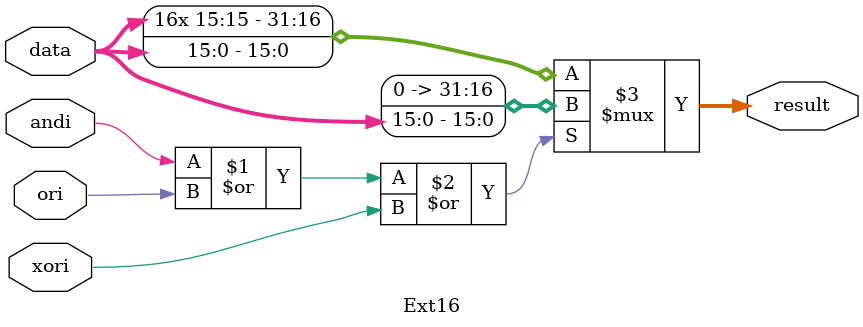
<source format=v>
`timescale 1ns / 1ps


module Ext16(
    input [15:0] data,
    input andi,
    input ori,
    input xori,
    output [31:0] result
    );
    assign result = (andi | ori | xori) ? { {16{1'b0}} , data}:{ {16{data[15]}},data};
endmodule

</source>
